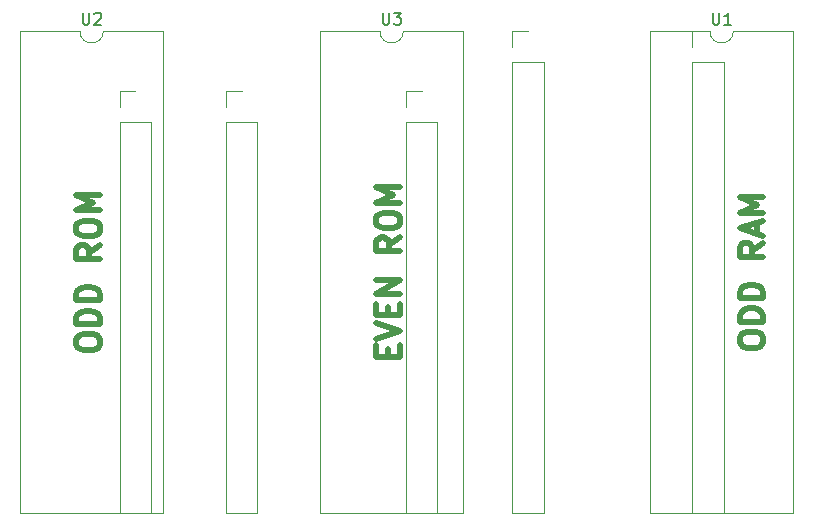
<source format=gbr>
G04 #@! TF.GenerationSoftware,KiCad,Pcbnew,(5.1.5-0-10_14)*
G04 #@! TF.CreationDate,2021-06-27T14:31:18+01:00*
G04 #@! TF.ProjectId,flash-rom-expansion,666c6173-682d-4726-9f6d-2d657870616e,rev?*
G04 #@! TF.SameCoordinates,Original*
G04 #@! TF.FileFunction,Legend,Top*
G04 #@! TF.FilePolarity,Positive*
%FSLAX46Y46*%
G04 Gerber Fmt 4.6, Leading zero omitted, Abs format (unit mm)*
G04 Created by KiCad (PCBNEW (5.1.5-0-10_14)) date 2021-06-27 14:31:18*
%MOMM*%
%LPD*%
G04 APERTURE LIST*
%ADD10C,0.500000*%
%ADD11C,0.120000*%
%ADD12C,0.150000*%
G04 APERTURE END LIST*
D10*
X110754761Y-85962380D02*
X110754761Y-85581428D01*
X110850000Y-85390952D01*
X111040476Y-85200476D01*
X111421428Y-85105238D01*
X112088095Y-85105238D01*
X112469047Y-85200476D01*
X112659523Y-85390952D01*
X112754761Y-85581428D01*
X112754761Y-85962380D01*
X112659523Y-86152857D01*
X112469047Y-86343333D01*
X112088095Y-86438571D01*
X111421428Y-86438571D01*
X111040476Y-86343333D01*
X110850000Y-86152857D01*
X110754761Y-85962380D01*
X112754761Y-84248095D02*
X110754761Y-84248095D01*
X110754761Y-83771904D01*
X110850000Y-83486190D01*
X111040476Y-83295714D01*
X111230952Y-83200476D01*
X111611904Y-83105238D01*
X111897619Y-83105238D01*
X112278571Y-83200476D01*
X112469047Y-83295714D01*
X112659523Y-83486190D01*
X112754761Y-83771904D01*
X112754761Y-84248095D01*
X112754761Y-82248095D02*
X110754761Y-82248095D01*
X110754761Y-81771904D01*
X110850000Y-81486190D01*
X111040476Y-81295714D01*
X111230952Y-81200476D01*
X111611904Y-81105238D01*
X111897619Y-81105238D01*
X112278571Y-81200476D01*
X112469047Y-81295714D01*
X112659523Y-81486190D01*
X112754761Y-81771904D01*
X112754761Y-82248095D01*
X112754761Y-77581428D02*
X111802380Y-78248095D01*
X112754761Y-78724285D02*
X110754761Y-78724285D01*
X110754761Y-77962380D01*
X110850000Y-77771904D01*
X110945238Y-77676666D01*
X111135714Y-77581428D01*
X111421428Y-77581428D01*
X111611904Y-77676666D01*
X111707142Y-77771904D01*
X111802380Y-77962380D01*
X111802380Y-78724285D01*
X112183333Y-76819523D02*
X112183333Y-75867142D01*
X112754761Y-77010000D02*
X110754761Y-76343333D01*
X112754761Y-75676666D01*
X112754761Y-75010000D02*
X110754761Y-75010000D01*
X112183333Y-74343333D01*
X110754761Y-73676666D01*
X112754761Y-73676666D01*
X80932142Y-87200477D02*
X80932142Y-86533810D01*
X81979761Y-86248096D02*
X81979761Y-87200477D01*
X79979761Y-87200477D01*
X79979761Y-86248096D01*
X79979761Y-85676667D02*
X81979761Y-85010001D01*
X79979761Y-84343334D01*
X80932142Y-83676667D02*
X80932142Y-83010001D01*
X81979761Y-82724286D02*
X81979761Y-83676667D01*
X79979761Y-83676667D01*
X79979761Y-82724286D01*
X81979761Y-81867143D02*
X79979761Y-81867143D01*
X81979761Y-80724286D01*
X79979761Y-80724286D01*
X81979761Y-77105239D02*
X81027380Y-77771905D01*
X81979761Y-78248096D02*
X79979761Y-78248096D01*
X79979761Y-77486191D01*
X80075000Y-77295715D01*
X80170238Y-77200477D01*
X80360714Y-77105239D01*
X80646428Y-77105239D01*
X80836904Y-77200477D01*
X80932142Y-77295715D01*
X81027380Y-77486191D01*
X81027380Y-78248096D01*
X79979761Y-75867143D02*
X79979761Y-75486191D01*
X80075000Y-75295715D01*
X80265476Y-75105239D01*
X80646428Y-75010001D01*
X81313095Y-75010001D01*
X81694047Y-75105239D01*
X81884523Y-75295715D01*
X81979761Y-75486191D01*
X81979761Y-75867143D01*
X81884523Y-76057620D01*
X81694047Y-76248096D01*
X81313095Y-76343334D01*
X80646428Y-76343334D01*
X80265476Y-76248096D01*
X80075000Y-76057620D01*
X79979761Y-75867143D01*
X81979761Y-74152858D02*
X79979761Y-74152858D01*
X81408333Y-73486191D01*
X79979761Y-72819524D01*
X81979761Y-72819524D01*
X54579761Y-86152857D02*
X54579761Y-85771904D01*
X54675000Y-85581428D01*
X54865476Y-85390952D01*
X55246428Y-85295714D01*
X55913095Y-85295714D01*
X56294047Y-85390952D01*
X56484523Y-85581428D01*
X56579761Y-85771904D01*
X56579761Y-86152857D01*
X56484523Y-86343333D01*
X56294047Y-86533809D01*
X55913095Y-86629047D01*
X55246428Y-86629047D01*
X54865476Y-86533809D01*
X54675000Y-86343333D01*
X54579761Y-86152857D01*
X56579761Y-84438571D02*
X54579761Y-84438571D01*
X54579761Y-83962380D01*
X54675000Y-83676666D01*
X54865476Y-83486190D01*
X55055952Y-83390952D01*
X55436904Y-83295714D01*
X55722619Y-83295714D01*
X56103571Y-83390952D01*
X56294047Y-83486190D01*
X56484523Y-83676666D01*
X56579761Y-83962380D01*
X56579761Y-84438571D01*
X56579761Y-82438571D02*
X54579761Y-82438571D01*
X54579761Y-81962380D01*
X54675000Y-81676666D01*
X54865476Y-81486190D01*
X55055952Y-81390952D01*
X55436904Y-81295714D01*
X55722619Y-81295714D01*
X56103571Y-81390952D01*
X56294047Y-81486190D01*
X56484523Y-81676666D01*
X56579761Y-81962380D01*
X56579761Y-82438571D01*
X56579761Y-77771904D02*
X55627380Y-78438571D01*
X56579761Y-78914761D02*
X54579761Y-78914761D01*
X54579761Y-78152857D01*
X54675000Y-77962380D01*
X54770238Y-77867142D01*
X54960714Y-77771904D01*
X55246428Y-77771904D01*
X55436904Y-77867142D01*
X55532142Y-77962380D01*
X55627380Y-78152857D01*
X55627380Y-78914761D01*
X54579761Y-76533809D02*
X54579761Y-76152857D01*
X54675000Y-75962380D01*
X54865476Y-75771904D01*
X55246428Y-75676666D01*
X55913095Y-75676666D01*
X56294047Y-75771904D01*
X56484523Y-75962380D01*
X56579761Y-76152857D01*
X56579761Y-76533809D01*
X56484523Y-76724285D01*
X56294047Y-76914761D01*
X55913095Y-77010000D01*
X55246428Y-77010000D01*
X54865476Y-76914761D01*
X54675000Y-76724285D01*
X54579761Y-76533809D01*
X56579761Y-74819523D02*
X54579761Y-74819523D01*
X56008333Y-74152857D01*
X54579761Y-73486190D01*
X56579761Y-73486190D01*
D11*
X106730000Y-59630000D02*
X108060000Y-59630000D01*
X106730000Y-60960000D02*
X106730000Y-59630000D01*
X106730000Y-62230000D02*
X109390000Y-62230000D01*
X109390000Y-62230000D02*
X109390000Y-100390000D01*
X106730000Y-62230000D02*
X106730000Y-100390000D01*
X106730000Y-100390000D02*
X109390000Y-100390000D01*
X91490000Y-59630000D02*
X92820000Y-59630000D01*
X91490000Y-60960000D02*
X91490000Y-59630000D01*
X91490000Y-62230000D02*
X94150000Y-62230000D01*
X94150000Y-62230000D02*
X94150000Y-100390000D01*
X91490000Y-62230000D02*
X91490000Y-100390000D01*
X91490000Y-100390000D02*
X94150000Y-100390000D01*
X82490000Y-64730000D02*
X83820000Y-64730000D01*
X82490000Y-66060000D02*
X82490000Y-64730000D01*
X82490000Y-67330000D02*
X85150000Y-67330000D01*
X85150000Y-67330000D02*
X85150000Y-100410000D01*
X82490000Y-67330000D02*
X82490000Y-100410000D01*
X82490000Y-100410000D02*
X85150000Y-100410000D01*
X67250000Y-64730000D02*
X68580000Y-64730000D01*
X67250000Y-66060000D02*
X67250000Y-64730000D01*
X67250000Y-67330000D02*
X69910000Y-67330000D01*
X69910000Y-67330000D02*
X69910000Y-100410000D01*
X67250000Y-67330000D02*
X67250000Y-100410000D01*
X67250000Y-100410000D02*
X69910000Y-100410000D01*
X58250000Y-64730000D02*
X59580000Y-64730000D01*
X58250000Y-66060000D02*
X58250000Y-64730000D01*
X58250000Y-67330000D02*
X60910000Y-67330000D01*
X60910000Y-67330000D02*
X60910000Y-100410000D01*
X58250000Y-67330000D02*
X58250000Y-100410000D01*
X58250000Y-100410000D02*
X60910000Y-100410000D01*
X87340000Y-59630000D02*
X82280000Y-59630000D01*
X87340000Y-100390000D02*
X87340000Y-59630000D01*
X75220000Y-100390000D02*
X87340000Y-100390000D01*
X75220000Y-59630000D02*
X75220000Y-100390000D01*
X80280000Y-59630000D02*
X75220000Y-59630000D01*
X82280000Y-59630000D02*
G75*
G02X80280000Y-59630000I-1000000J0D01*
G01*
X61940000Y-59630000D02*
X56880000Y-59630000D01*
X61940000Y-100390000D02*
X61940000Y-59630000D01*
X49820000Y-100390000D02*
X61940000Y-100390000D01*
X49820000Y-59630000D02*
X49820000Y-100390000D01*
X54880000Y-59630000D02*
X49820000Y-59630000D01*
X56880000Y-59630000D02*
G75*
G02X54880000Y-59630000I-1000000J0D01*
G01*
X115280000Y-59630000D02*
X110220000Y-59630000D01*
X115280000Y-100390000D02*
X115280000Y-59630000D01*
X103160000Y-100390000D02*
X115280000Y-100390000D01*
X103160000Y-59630000D02*
X103160000Y-100390000D01*
X108220000Y-59630000D02*
X103160000Y-59630000D01*
X110220000Y-59630000D02*
G75*
G02X108220000Y-59630000I-1000000J0D01*
G01*
D12*
X80518095Y-58082380D02*
X80518095Y-58891904D01*
X80565714Y-58987142D01*
X80613333Y-59034761D01*
X80708571Y-59082380D01*
X80899047Y-59082380D01*
X80994285Y-59034761D01*
X81041904Y-58987142D01*
X81089523Y-58891904D01*
X81089523Y-58082380D01*
X81470476Y-58082380D02*
X82089523Y-58082380D01*
X81756190Y-58463333D01*
X81899047Y-58463333D01*
X81994285Y-58510952D01*
X82041904Y-58558571D01*
X82089523Y-58653809D01*
X82089523Y-58891904D01*
X82041904Y-58987142D01*
X81994285Y-59034761D01*
X81899047Y-59082380D01*
X81613333Y-59082380D01*
X81518095Y-59034761D01*
X81470476Y-58987142D01*
X55118095Y-58082380D02*
X55118095Y-58891904D01*
X55165714Y-58987142D01*
X55213333Y-59034761D01*
X55308571Y-59082380D01*
X55499047Y-59082380D01*
X55594285Y-59034761D01*
X55641904Y-58987142D01*
X55689523Y-58891904D01*
X55689523Y-58082380D01*
X56118095Y-58177619D02*
X56165714Y-58130000D01*
X56260952Y-58082380D01*
X56499047Y-58082380D01*
X56594285Y-58130000D01*
X56641904Y-58177619D01*
X56689523Y-58272857D01*
X56689523Y-58368095D01*
X56641904Y-58510952D01*
X56070476Y-59082380D01*
X56689523Y-59082380D01*
X108458095Y-58082380D02*
X108458095Y-58891904D01*
X108505714Y-58987142D01*
X108553333Y-59034761D01*
X108648571Y-59082380D01*
X108839047Y-59082380D01*
X108934285Y-59034761D01*
X108981904Y-58987142D01*
X109029523Y-58891904D01*
X109029523Y-58082380D01*
X110029523Y-59082380D02*
X109458095Y-59082380D01*
X109743809Y-59082380D02*
X109743809Y-58082380D01*
X109648571Y-58225238D01*
X109553333Y-58320476D01*
X109458095Y-58368095D01*
M02*

</source>
